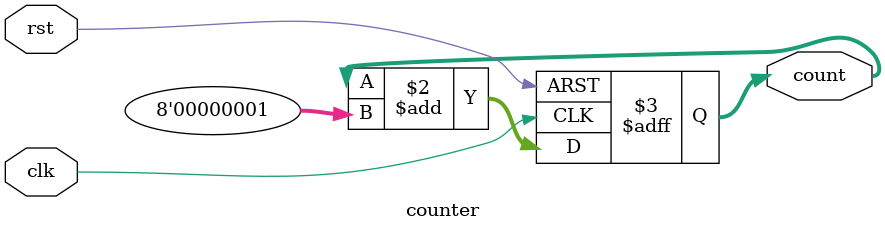
<source format=sv>
module counter #(
    parameter WIDTH = 8
)(
    //interface signals
    input  logic                clk,   //clock
    input  logic                rst,   //reset
    output  logic [WIDTH-1:0]   count  // count output
);

always_ff @ (posedge clk, posedge rst)
    if (rst) count <= {WIDTH{1'b0}};
    else     count <= count + {{WIDTH-1{1'b0}}, 1'b1};

endmodule



</source>
